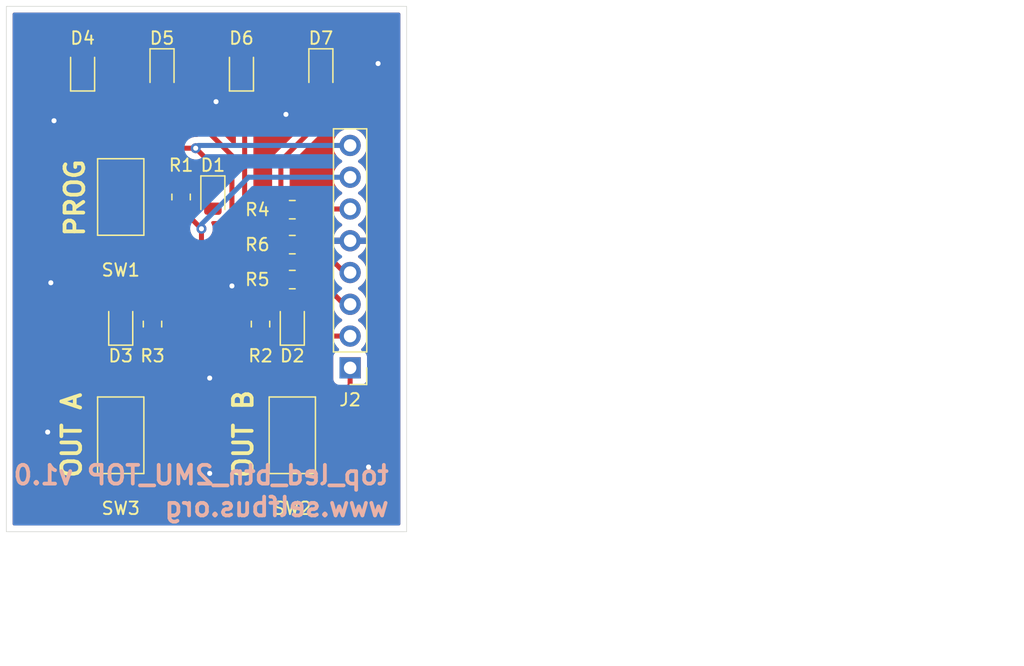
<source format=kicad_pcb>
(kicad_pcb (version 20240108) (generator "pcbnew") (generator_version "8.0")
  (layers (0 "F.Cu" signal) (31 "B.Cu" signal) (34 "B.Paste" user) (35 "F.Paste" user) (36 "B.SilkS" user "B.Silkscreen") (37 "F.SilkS" user "F.Silkscreen") (38 "B.Mask" user) (39 "F.Mask" user) (44 "Edge.Cuts" user))
  (net 0 "")
  (net 1 "Net-(D1-A)")
  (net 2 "Net-(D1-K)")
  (net 3 "Net-(D2-A)")
  (net 4 "Net-(D2-K)")
  (net 5 "Net-(D3-K)")
  (net 6 "Net-(D3-A)")
  (net 7 "Net-(D4-A)")
  (net 8 "Net-(D4-K)")
  (net 9 "Net-(D6-K)")
  (net 10 "Net-(J2-Pin_4)")
  (net 11 "GND")
  (net 12 "Net-(J2-Pin_6)")
  (net 13 "+3V3")
  (net 14 "Net-(J2-Pin_3)")
  (footprint "LED_SMD:LED_0805_2012Metric" (layer "F.Cu") (at 117.856 78.74 90)
    (property "Reference" "D6" (at 2.54 0 0) (layer "F.SilkS"))
    (property "Value" "LED_IN3")
    (fp_line (start 1 -0.96) (end -1.685 -0.96) (stroke (width 0.12)) (layer "F.SilkS"))
    (fp_line (start -1.685 -0.96) (end -1.685 0.96) (stroke (width 0.12)) (layer "F.SilkS"))
    (fp_line (start -1.685 0.96) (end 1 0.96) (stroke (width 0.12)) (layer "F.SilkS"))
    (pad "1" smd roundrect (at -0.9375 0 90) (size 0.975 1.4) (layers "F.Cu" "F.Paste" "F.Mask") (net 9 "Net-(D6-K)"))
    (pad "2" smd roundrect (at 0.9375 0 90) (size 0.975 1.4) (layers "F.Cu" "F.Paste" "F.Mask") (net 7 "Net-(D4-A)"))
  )
  (footprint "LED_SMD:LED_0805_2012Metric" (layer "F.Cu") (at 115.57 88.9 -90)
    (property "Reference" "D1" (at -2.54 0 180) (layer "F.SilkS"))
    (property "Value" "LED_PROG")
    (fp_line (start -1.685 0.96) (end 1 0.96) (stroke (width 0.12)) (layer "F.SilkS"))
    (fp_line (start -1.685 -0.96) (end -1.685 0.96) (stroke (width 0.12)) (layer "F.SilkS"))
    (fp_line (start 1 -0.96) (end -1.685 -0.96) (stroke (width 0.12)) (layer "F.SilkS"))
    (pad "1" smd roundrect (at -0.9375 0 270) (size 0.975 1.4) (layers "F.Cu" "F.Paste" "F.Mask") (net 2 "Net-(D1-K)"))
    (pad "2" smd roundrect (at 0.9375 0 270) (size 0.975 1.4) (layers "F.Cu" "F.Paste" "F.Mask") (net 1 "Net-(D1-A)"))
  )
  (footprint "Button_Switch_SMD:SW_SPST_CK_RS282G05A3" (layer "F.Cu") (at 108.204 107.95 90)
    (property "Reference" "SW3" (at -5.842 0 0) (layer "F.SilkS"))
    (property "Value" "SW_OUTB")
    (fp_line (start 3.06 -1.85) (end 3.06 1.85) (stroke (width 0.12)) (layer "F.SilkS"))
    (fp_line (start -3.06 -1.85) (end 3.06 -1.85) (stroke (width 0.12)) (layer "F.SilkS"))
    (fp_line (start 3.06 1.85) (end -3.06 1.85) (stroke (width 0.12)) (layer "F.SilkS"))
    (fp_line (start -3.06 1.85) (end -3.06 -1.85) (stroke (width 0.12)) (layer "F.SilkS"))
    (pad "1" smd rect (at -3.9 0 90) (size 1.5 1.5) (layers "F.Cu" "F.Paste" "F.Mask") (net 11 "GND"))
    (pad "2" smd rect (at 3.9 0 90) (size 1.5 1.5) (layers "F.Cu" "F.Paste" "F.Mask") (net 5 "Net-(D3-K)"))
  )
  (footprint "LED_SMD:LED_0805_2012Metric" (layer "F.Cu") (at 124.206 78.74 -90)
    (property "Reference" "D7" (at -2.54 0 180) (layer "F.SilkS"))
    (property "Value" "LED_IN4")
    (fp_line (start -1.685 0.96) (end 1 0.96) (stroke (width 0.12)) (layer "F.SilkS"))
    (fp_line (start -1.685 -0.96) (end -1.685 0.96) (stroke (width 0.12)) (layer "F.SilkS"))
    (fp_line (start 1 -0.96) (end -1.685 -0.96) (stroke (width 0.12)) (layer "F.SilkS"))
    (pad "1" smd roundrect (at -0.9375 0 270) (size 0.975 1.4) (layers "F.Cu" "F.Paste" "F.Mask") (net 7 "Net-(D4-A)"))
    (pad "2" smd roundrect (at 0.9375 0 270) (size 0.975 1.4) (layers "F.Cu" "F.Paste" "F.Mask") (net 9 "Net-(D6-K)"))
  )
  (footprint "Resistor_SMD:R_0805_2012Metric" (layer "F.Cu") (at 110.744 99.06 90)
    (property "Reference" "R3" (at -2.54 0 0) (layer "F.SilkS"))
    (property "Value" "1k")
    (fp_line (start -0.227064 -0.735) (end 0.227064 -0.735) (stroke (width 0.12)) (layer "F.SilkS"))
    (fp_line (start -0.227064 0.735) (end 0.227064 0.735) (stroke (width 0.12)) (layer "F.SilkS"))
    (pad "1" smd roundrect (at -0.9125 0 90) (size 1.025 1.4) (layers "F.Cu" "F.Paste" "F.Mask") (roundrect_rratio 0.243902) (net 13 "+3V3"))
    (pad "2" smd roundrect (at 0.9125 0 90) (size 1.025 1.4) (layers "F.Cu" "F.Paste" "F.Mask") (roundrect_rratio 0.243902) (net 6 "Net-(D3-A)"))
  )
  (footprint "Resistor_SMD:R_0805_2012Metric" (layer "F.Cu") (at 121.92 89.916)
    (property "Reference" "R4" (at -2.794 0 180) (layer "F.SilkS"))
    (property "Value" "470")
    (fp_line (start -0.227064 -0.735) (end 0.227064 -0.735) (stroke (width 0.12)) (layer "F.SilkS"))
    (fp_line (start -0.227064 0.735) (end 0.227064 0.735) (stroke (width 0.12)) (layer "F.SilkS"))
    (pad "1" smd roundrect (at -0.9125 0) (size 1.025 1.4) (layers "F.Cu" "F.Paste" "F.Mask") (roundrect_rratio 0.243902) (net 7 "Net-(D4-A)"))
    (pad "2" smd roundrect (at 0.9125 0) (size 1.025 1.4) (layers "F.Cu" "F.Paste" "F.Mask") (roundrect_rratio 0.243902) (net 12 "Net-(J2-Pin_6)"))
  )
  (footprint "Resistor_SMD:R_0805_2012Metric" (layer "F.Cu") (at 113.03 88.9 90)
    (property "Reference" "R1" (at 2.54 0 0) (layer "F.SilkS"))
    (property "Value" "1k")
    (fp_line (start -0.227064 -0.735) (end 0.227064 -0.735) (stroke (width 0.12)) (layer "F.SilkS"))
    (fp_line (start -0.227064 0.735) (end 0.227064 0.735) (stroke (width 0.12)) (layer "F.SilkS"))
    (pad "1" smd roundrect (at -0.9125 0 90) (size 1.025 1.4) (layers "F.Cu" "F.Paste" "F.Mask") (roundrect_rratio 0.243902) (net 13 "+3V3"))
    (pad "2" smd roundrect (at 0.9125 0 90) (size 1.025 1.4) (layers "F.Cu" "F.Paste" "F.Mask") (roundrect_rratio 0.243902) (net 1 "Net-(D1-A)"))
  )
  (footprint "Resistor_SMD:R_0805_2012Metric" (layer "F.Cu") (at 119.38 99.06 90)
    (property "Reference" "R2" (at -2.54 0 0) (layer "F.SilkS"))
    (property "Value" "1k")
    (fp_line (start -0.227064 -0.735) (end 0.227064 -0.735) (stroke (width 0.12)) (layer "F.SilkS"))
    (fp_line (start -0.227064 0.735) (end 0.227064 0.735) (stroke (width 0.12)) (layer "F.SilkS"))
    (pad "1" smd roundrect (at -0.9125 0 90) (size 1.025 1.4) (layers "F.Cu" "F.Paste" "F.Mask") (roundrect_rratio 0.243902) (net 13 "+3V3"))
    (pad "2" smd roundrect (at 0.9125 0 90) (size 1.025 1.4) (layers "F.Cu" "F.Paste" "F.Mask") (roundrect_rratio 0.243902) (net 3 "Net-(D2-A)"))
  )
  (footprint "Resistor_SMD:R_0805_2012Metric" (layer "F.Cu") (at 121.92 95.504 180)
    (property "Reference" "R5" (at 2.794 0 180) (layer "F.SilkS"))
    (property "Value" "470")
    (fp_line (start -0.227064 0.735) (end 0.227064 0.735) (stroke (width 0.12)) (layer "F.SilkS"))
    (fp_line (start -0.227064 -0.735) (end 0.227064 -0.735) (stroke (width 0.12)) (layer "F.SilkS"))
    (pad "1" smd roundrect (at -0.9125 0 180) (size 1.025 1.4) (layers "F.Cu" "F.Paste" "F.Mask") (roundrect_rratio 0.243902) (net 14 "Net-(J2-Pin_3)"))
    (pad "2" smd roundrect (at 0.9125 0 180) (size 1.025 1.4) (layers "F.Cu" "F.Paste" "F.Mask") (roundrect_rratio 0.243902) (net 8 "Net-(D4-K)"))
  )
  (footprint "Button_Switch_SMD:SW_SPST_CK_RS282G05A3" (layer "F.Cu") (at 108.204 88.9 90)
    (property "Reference" "SW1" (at -5.842 0 0) (layer "F.SilkS"))
    (property "Value" "SW_PROG")
    (fp_line (start 3.06 -1.85) (end 3.06 1.85) (stroke (width 0.12)) (layer "F.SilkS"))
    (fp_line (start -3.06 -1.85) (end 3.06 -1.85) (stroke (width 0.12)) (layer "F.SilkS"))
    (fp_line (start 3.06 1.85) (end -3.06 1.85) (stroke (width 0.12)) (layer "F.SilkS"))
    (fp_line (start -3.06 1.85) (end -3.06 -1.85) (stroke (width 0.12)) (layer "F.SilkS"))
    (pad "1" smd rect (at -3.9 0 90) (size 1.5 1.5) (layers "F.Cu" "F.Paste" "F.Mask") (net 11 "GND"))
    (pad "2" smd rect (at 3.9 0 90) (size 1.5 1.5) (layers "F.Cu" "F.Paste" "F.Mask") (net 2 "Net-(D1-K)"))
  )
  (footprint "LED_SMD:LED_0805_2012Metric" (layer "F.Cu") (at 111.506 78.74 -90)
    (property "Reference" "D5" (at -2.54 0 180) (layer "F.SilkS"))
    (property "Value" "LED_IN2")
    (fp_line (start -1.685 0.96) (end 1 0.96) (stroke (width 0.12)) (layer "F.SilkS"))
    (fp_line (start -1.685 -0.96) (end -1.685 0.96) (stroke (width 0.12)) (layer "F.SilkS"))
    (fp_line (start 1 -0.96) (end -1.685 -0.96) (stroke (width 0.12)) (layer "F.SilkS"))
    (pad "1" smd roundrect (at -0.9375 0 270) (size 0.975 1.4) (layers "F.Cu" "F.Paste" "F.Mask") (net 7 "Net-(D4-A)"))
    (pad "2" smd roundrect (at 0.9375 0 270) (size 0.975 1.4) (layers "F.Cu" "F.Paste" "F.Mask") (net 8 "Net-(D4-K)"))
  )
  (footprint "Resistor_SMD:R_0805_2012Metric" (layer "F.Cu") (at 121.92 92.71)
    (property "Reference" "R6" (at -2.794 0 0) (layer "F.SilkS"))
    (property "Value" "470")
    (fp_line (start -0.227064 -0.735) (end 0.227064 -0.735) (stroke (width 0.12)) (layer "F.SilkS"))
    (fp_line (start -0.227064 0.735) (end 0.227064 0.735) (stroke (width 0.12)) (layer "F.SilkS"))
    (pad "1" smd roundrect (at -0.9125 0) (size 1.025 1.4) (layers "F.Cu" "F.Paste" "F.Mask") (roundrect_rratio 0.243902) (net 9 "Net-(D6-K)"))
    (pad "2" smd roundrect (at 0.9125 0) (size 1.025 1.4) (layers "F.Cu" "F.Paste" "F.Mask") (roundrect_rratio 0.243902) (net 10 "Net-(J2-Pin_4)"))
  )
  (footprint "Button_Switch_SMD:SW_SPST_CK_RS282G05A3" (layer "F.Cu") (at 121.92 107.95 90)
    (property "Reference" "SW2" (at -5.842 0 0) (layer "F.SilkS"))
    (property "Value" "SW_OUTA")
    (fp_line (start 3.06 -1.85) (end 3.06 1.85) (stroke (width 0.12)) (layer "F.SilkS"))
    (fp_line (start -3.06 -1.85) (end 3.06 -1.85) (stroke (width 0.12)) (layer "F.SilkS"))
    (fp_line (start 3.06 1.85) (end -3.06 1.85) (stroke (width 0.12)) (layer "F.SilkS"))
    (fp_line (start -3.06 1.85) (end -3.06 -1.85) (stroke (width 0.12)) (layer "F.SilkS"))
    (pad "1" smd rect (at -3.9 0 90) (size 1.5 1.5) (layers "F.Cu" "F.Paste" "F.Mask") (net 11 "GND"))
    (pad "2" smd rect (at 3.9 0 90) (size 1.5 1.5) (layers "F.Cu" "F.Paste" "F.Mask") (net 4 "Net-(D2-K)"))
  )
  (footprint "LED_SMD:LED_0805_2012Metric" (layer "F.Cu") (at 121.92 99.06 90)
    (property "Reference" "D2" (at -2.54 0 0) (layer "F.SilkS"))
    (property "Value" "LED_OUTA")
    (fp_line (start 1 -0.96) (end -1.685 -0.96) (stroke (width 0.12)) (layer "F.SilkS"))
    (fp_line (start -1.685 -0.96) (end -1.685 0.96) (stroke (width 0.12)) (layer "F.SilkS"))
    (fp_line (start -1.685 0.96) (end 1 0.96) (stroke (width 0.12)) (layer "F.SilkS"))
    (pad "1" smd roundrect (at -0.9375 0 90) (size 0.975 1.4) (layers "F.Cu" "F.Paste" "F.Mask") (net 4 "Net-(D2-K)"))
    (pad "2" smd roundrect (at 0.9375 0 90) (size 0.975 1.4) (layers "F.Cu" "F.Paste" "F.Mask") (net 3 "Net-(D2-A)"))
  )
  (footprint "Connector_PinHeader_2.54mm:PinHeader_1x08_P2.54mm_Vertical" (layer "F.Cu") (at 126.5428 102.56 180)
    (property "Reference" "J2" (at 0 -2.555 180) (layer "F.SilkS"))
    (property "Value" "Conn_01x08_Pin")
    (fp_line (start 1.33 1.27) (end 1.33 19.11) (stroke (width 0.12)) (layer "F.SilkS"))
    (fp_line (start -1.33 19.11) (end 1.33 19.11) (stroke (width 0.12)) (layer "F.SilkS"))
    (fp_line (start -1.33 1.27) (end 1.33 1.27) (stroke (width 0.12)) (layer "F.SilkS"))
    (fp_line (start -1.33 1.27) (end -1.33 19.11) (stroke (width 0.12)) (layer "F.SilkS"))
    (fp_line (start -1.33 0) (end -1.33 -1.33) (stroke (width 0.12)) (layer "F.SilkS"))
    (fp_line (start -1.33 -1.33) (end 0 -1.33) (stroke (width 0.12)) (layer "F.SilkS"))
    (pad "1" thru_hole rect (at 0 0 180) (size 1.7 1.7) (drill 1) (layers "*.Cu" "*.Mask") (net 5 "Net-(D3-K)"))
    (pad "2" thru_hole oval (at 0 2.54 180) (size 1.7 1.7) (drill 1) (layers "*.Cu" "*.Mask") (net 4 "Net-(D2-K)"))
    (pad "3" thru_hole oval (at 0 5.08 180) (size 1.7 1.7) (drill 1) (layers "*.Cu" "*.Mask") (net 14 "Net-(J2-Pin_3)"))
    (pad "4" thru_hole oval (at 0 7.62 180) (size 1.7 1.7) (drill 1) (layers "*.Cu" "*.Mask") (net 10 "Net-(J2-Pin_4)"))
    (pad "5" thru_hole oval (at 0 10.16 180) (size 1.7 1.7) (drill 1) (layers "*.Cu" "*.Mask") (net 11 "GND"))
    (pad "6" thru_hole oval (at 0 12.7 180) (size 1.7 1.7) (drill 1) (layers "*.Cu" "*.Mask") (net 12 "Net-(J2-Pin_6)"))
    (pad "7" thru_hole oval (at 0 15.24 180) (size 1.7 1.7) (drill 1) (layers "*.Cu" "*.Mask") (net 13 "+3V3"))
    (pad "8" thru_hole oval (at 0 17.78 180) (size 1.7 1.7) (drill 1) (layers "*.Cu" "*.Mask") (net 2 "Net-(D1-K)"))
  )
  (footprint "LED_SMD:LED_0805_2012Metric" (layer "F.Cu") (at 105.156 78.74 90)
    (property "Reference" "D4" (at 2.54 0 0) (layer "F.SilkS"))
    (property "Value" "LED_IN1")
    (fp_line (start 1 -0.96) (end -1.685 -0.96) (stroke (width 0.12)) (layer "F.SilkS"))
    (fp_line (start -1.685 -0.96) (end -1.685 0.96) (stroke (width 0.12)) (layer "F.SilkS"))
    (fp_line (start -1.685 0.96) (end 1 0.96) (stroke (width 0.12)) (layer "F.SilkS"))
    (pad "1" smd roundrect (at -0.9375 0 90) (size 0.975 1.4) (layers "F.Cu" "F.Paste" "F.Mask") (net 8 "Net-(D4-K)"))
    (pad "2" smd roundrect (at 0.9375 0 90) (size 0.975 1.4) (layers "F.Cu" "F.Paste" "F.Mask") (net 7 "Net-(D4-A)"))
  )
  (footprint "LED_SMD:LED_0805_2012Metric" (layer "F.Cu") (at 108.204 99.06 90)
    (property "Reference" "D3" (at -2.54 0 0) (layer "F.SilkS"))
    (property "Value" "LED_OUTB")
    (fp_line (start 1 -0.96) (end -1.685 -0.96) (stroke (width 0.12)) (layer "F.SilkS"))
    (fp_line (start -1.685 -0.96) (end -1.685 0.96) (stroke (width 0.12)) (layer "F.SilkS"))
    (fp_line (start -1.685 0.96) (end 1 0.96) (stroke (width 0.12)) (layer "F.SilkS"))
    (pad "1" smd roundrect (at -0.9375 0 90) (size 0.975 1.4) (layers "F.Cu" "F.Paste" "F.Mask") (net 5 "Net-(D3-K)"))
    (pad "2" smd roundrect (at 0.9375 0 90) (size 0.975 1.4) (layers "F.Cu" "F.Paste" "F.Mask") (net 6 "Net-(D3-A)"))
  )
  (gr_rect (start 99.06 73.66) (end 131.06 115.66) (stroke (width 0.05)) (fill none) (layer "Edge.Cuts"))
  (gr_text "www.selfbus.org" (at 129.794 114.554 0) (layer "B.SilkS") (effects (font (size 1.5 1.5) (thickness 0.3) (bold yes)) (justify left bottom mirror)))
  (gr_text "top_led_btn_2MU_TOP v1.0" (at 129.794 112.014 0) (layer "B.SilkS") (effects (font (size 1.5 1.5) (thickness 0.3) (bold yes)) (justify left bottom mirror)))
  (gr_text "PROG" (at 105.41 92.202 90) (layer "F.SilkS") (effects (font (size 1.5 1.5) (thickness 0.3) (bold yes)) (justify left bottom)))
  (gr_text "OUT B" (at 118.872 111.506 90) (layer "F.SilkS") (effects (font (size 1.5 1.5) (thickness 0.3) (bold yes)) (justify left bottom)))
  (gr_text "OUT A" (at 105.156 111.506 90) (layer "F.SilkS") (effects (font (size 1.5 1.5) (thickness 0.3) (bold yes)) (justify left bottom)))
  (segment (start 115.40375 89.8375) (end 115.57 89.8375) (width 0.4) (layer "F.Cu") (net 1))
  (segment (start 113.55375 87.9875) (end 115.40375 89.8375) (width 0.4) (layer "F.Cu") (net 1))
  (segment (start 113.03 87.9875) (end 113.55375 87.9875) (width 0.4) (layer "F.Cu") (net 1))
  (segment (start 115.57 86.375) (end 115.57 87.9625) (width 0.4) (layer "F.Cu") (net 2))
  (segment (start 114.195 85) (end 108.204 85) (width 0.4) (layer "F.Cu") (net 2))
  (segment (start 114.2925 85.0975) (end 115.57 86.375) (width 0.4) (layer "F.Cu") (net 2))
  (segment (start 114.2925 85.0975) (end 114.195 85) (width 0.4) (layer "F.Cu") (net 2))
  (via (at 114.195 85) (size 0.8) (drill 0.4) (layers "F.Cu" "B.Cu") (net 2))
  (segment (start 114.415 84.78) (end 126.5428 84.78) (width 0.4) (layer "B.Cu") (net 2))
  (segment (start 114.195 85) (end 114.415 84.78) (width 0.4) (layer "B.Cu") (net 2))
  (segment (start 119.38 98.1475) (end 121.895 98.1475) (width 0.4) (layer "F.Cu") (net 3))
  (segment (start 121.895 98.1475) (end 121.92 98.1225) (width 0.4) (layer "F.Cu") (net 3))
  (segment (start 121.92 104.05) (end 121.92 99.9975) (width 0.4) (layer "F.Cu") (net 4))
  (segment (start 121.9425 100.02) (end 121.92 99.9975) (width 0.4) (layer "F.Cu") (net 4))
  (segment (start 126.5428 100.02) (end 121.9425 100.02) (width 0.4) (layer "F.Cu") (net 4))
  (segment (start 126.5428 103.9547) (end 126.5428 102.56) (width 0.4) (layer "F.Cu") (net 5))
  (segment (start 108.204 104.05) (end 108.204 99.9975) (width 0.4) (layer "F.Cu") (net 5))
  (segment (start 108.204 104.05) (end 108.204 105.029) (width 0.4) (layer "F.Cu") (net 5))
  (segment (start 108.204 105.029) (end 109.855 106.68) (width 0.4) (layer "F.Cu") (net 5))
  (segment (start 123.8175 106.68) (end 126.5428 103.9547) (width 0.4) (layer "F.Cu") (net 5))
  (segment (start 109.855 106.68) (end 123.8175 106.68) (width 0.4) (layer "F.Cu") (net 5))
  (segment (start 108.204 98.1225) (end 110.719 98.1225) (width 0.4) (layer "F.Cu") (net 6))
  (segment (start 110.719 98.1225) (end 110.744 98.1475) (width 0.4) (layer "F.Cu") (net 6))
  (segment (start 117.856 77.8025) (end 124.206 77.8025) (width 0.4) (layer "F.Cu") (net 7))
  (segment (start 125.73 81.28) (end 125.73 78.74) (width 0.4) (layer "F.Cu") (net 7))
  (segment (start 111.506 77.8025) (end 117.856 77.8025) (width 0.4) (layer "F.Cu") (net 7))
  (segment (start 121.0075 86.0025) (end 125.73 81.28) (width 0.4) (layer "F.Cu") (net 7))
  (segment (start 105.156 77.8025) (end 111.506 77.8025) (width 0.4) (layer "F.Cu") (net 7))
  (segment (start 121.0075 89.916) (end 121.0075 86.0025) (width 0.4) (layer "F.Cu") (net 7))
  (segment (start 125.73 78.74) (end 124.7925 77.8025) (width 0.4) (layer "F.Cu") (net 7))
  (segment (start 124.7925 77.8025) (end 124.206 77.8025) (width 0.4) (layer "F.Cu") (net 7))
  (segment (start 111.506 79.6775) (end 111.506 80.01) (width 0.4) (layer "F.Cu") (net 8))
  (segment (start 117.094 85.598) (end 117.094 91.948) (width 0.4) (layer "F.Cu") (net 8))
  (segment (start 111.506 80.01) (end 117.094 85.598) (width 0.4) (layer "F.Cu") (net 8))
  (segment (start 120.65 95.504) (end 121.0075 95.504) (width 0.4) (layer "F.Cu") (net 8))
  (segment (start 117.094 91.948) (end 120.65 95.504) (width 0.4) (layer "F.Cu") (net 8))
  (segment (start 105.156 79.6775) (end 111.506 79.6775) (width 0.4) (layer "F.Cu") (net 8))
  (segment (start 119.38 92.71) (end 121.0075 92.71) (width 0.4) (layer "F.Cu") (net 9))
  (segment (start 118.11 79.6775) (end 118.11 91.44) (width 0.4) (layer "F.Cu") (net 9))
  (segment (start 118.11 91.44) (end 119.38 92.71) (width 0.4) (layer "F.Cu") (net 9))
  (segment (start 117.856 79.6775) (end 124.206 79.6775) (width 0.4) (layer "F.Cu") (net 9))
  (segment (start 124.206 79.6775) (end 118.11 79.6775) (width 0.4) (layer "F.Cu") (net 9))
  (segment (start 123.859688 92.71) (end 122.8325 92.71) (width 0.4) (layer "F.Cu") (net 10))
  (segment (start 126.5428 94.94) (end 126.089688 94.94) (width 0.4) (layer "F.Cu") (net 10))
  (segment (start 126.089688 94.94) (end 123.859688 92.71) (width 0.4) (layer "F.Cu") (net 10))
  (via (at 128.016 110.49) (size 0.8) (drill 0.4) (layers "F.Cu" "B.Cu") (net 11))
  (via (at 115.316 110.998) (size 0.8) (drill 0.4) (layers "F.Cu" "B.Cu") (net 11))
  (via (at 102.362 107.696) (size 0.8) (drill 0.4) (layers "F.Cu" "B.Cu") (net 11))
  (via (at 121.412 82.296) (size 0.8) (drill 0.4) (layers "F.Cu" "B.Cu") (net 11))
  (via (at 115.824 81.28) (size 0.8) (drill 0.4) (layers "F.Cu" "B.Cu") (net 11))
  (via (at 128.778 78.232) (size 0.8) (drill 0.4) (layers "F.Cu" "B.Cu") (net 11))
  (via (at 102.87 82.804) (size 0.8) (drill 0.4) (layers "F.Cu" "B.Cu") (net 11))
  (via (at 117.094 96.012) (size 0.8) (drill 0.4) (layers "F.Cu" "B.Cu") (net 11))
  (via (at 102.616 95.758) (size 0.8) (drill 0.4) (layers "F.Cu" "B.Cu") (net 11))
  (via (at 115.316 103.378) (size 0.8) (drill 0.4) (layers "F.Cu" "B.Cu") (net 11))
  (segment (start 122.8325 89.916) (end 122.8885 89.86) (width 0.4) (layer "F.Cu") (net 12))
  (segment (start 122.8885 89.86) (end 126.5428 89.86) (width 0.4) (layer "F.Cu") (net 12))
  (segment (start 115.9275 99.9725) (end 114.6575 99.9725) (width 0.4) (layer "F.Cu") (net 13))
  (segment (start 110.744 99.9725) (end 115.9275 99.9725) (width 0.4) (layer "F.Cu") (net 13))
  (segment (start 114.6575 99.9725) (end 114.6575 91.44) (width 0.4) (layer "F.Cu") (net 13))
  (segment (start 114.6575 91.44) (end 113.03 89.8125) (width 0.4) (layer "F.Cu") (net 13))
  (segment (start 119.38 99.9725) (end 115.9275 99.9725) (width 0.4) (layer "F.Cu") (net 13))
  (via (at 114.6575 91.44) (size 0.8) (drill 0.4) (layers "F.Cu" "B.Cu") (net 13))
  (segment (start 114.6575 91.0825) (end 118.42 87.32) (width 0.4) (layer "B.Cu") (net 13))
  (segment (start 114.6575 91.44) (end 114.6575 91.0825) (width 0.4) (layer "B.Cu") (net 13))
  (segment (start 118.42 87.32) (end 126.5428 87.32) (width 0.4) (layer "B.Cu") (net 13))
  (segment (start 124.079 95.504) (end 122.8325 95.504) (width 0.4) (layer "F.Cu") (net 14))
  (segment (start 126.055 97.48) (end 124.079 95.504) (width 0.4) (layer "F.Cu") (net 14))
  (segment (start 126.5428 97.48) (end 126.055 97.48) (width 0.4) (layer "F.Cu") (net 14))
  (zone (net 11) (net_name "GND") (layers "F&B.Cu") (connect_pads (clearance 0.5)) (min_thickness 0.25) (fill yes (thermal_gap 0.5) (thermal_bridge_width 0.5))
    (polygon (pts (xy 98.552 73.152) (xy 131.572 73.152) (xy 131.572 116.332) (xy 98.552 116.332)))
  )
)
</source>
